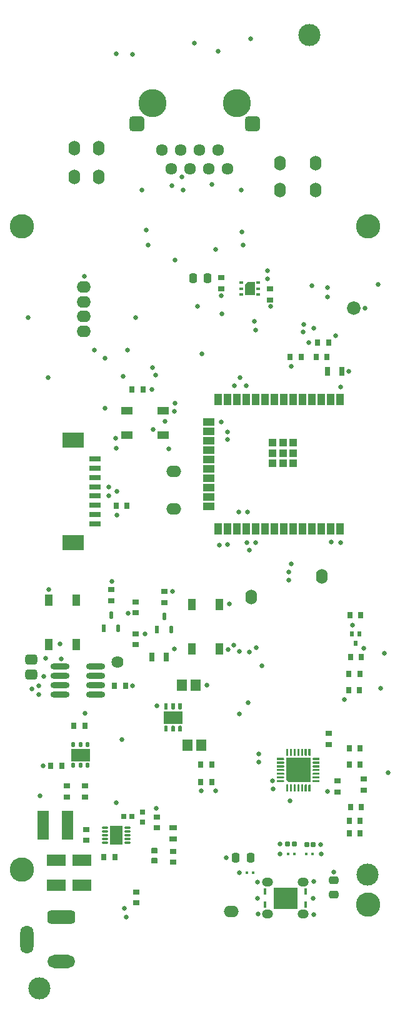
<source format=gts>
G04*
G04 #@! TF.GenerationSoftware,Altium Limited,Altium Designer,24.0.1 (36)*
G04*
G04 Layer_Color=8388736*
%FSLAX44Y44*%
%MOMM*%
G71*
G04*
G04 #@! TF.SameCoordinates,7A80B53C-B2C1-45D1-8136-E7169236FAC4*
G04*
G04*
G04 #@! TF.FilePolarity,Negative*
G04*
G01*
G75*
%ADD22R,0.8000X0.9000*%
%ADD23R,0.9000X0.6500*%
%ADD24R,0.9000X0.8000*%
G04:AMPARAMS|DCode=26|XSize=0.6mm|YSize=0.5mm|CornerRadius=0.125mm|HoleSize=0mm|Usage=FLASHONLY|Rotation=270.000|XOffset=0mm|YOffset=0mm|HoleType=Round|Shape=RoundedRectangle|*
%AMROUNDEDRECTD26*
21,1,0.6000,0.2500,0,0,270.0*
21,1,0.3500,0.5000,0,0,270.0*
1,1,0.2500,-0.1250,-0.1750*
1,1,0.2500,-0.1250,0.1750*
1,1,0.2500,0.1250,0.1750*
1,1,0.2500,0.1250,-0.1750*
%
%ADD26ROUNDEDRECTD26*%
%ADD27R,2.5000X1.7500*%
%ADD28R,0.6500X0.9000*%
G04:AMPARAMS|DCode=31|XSize=1mm|YSize=1.3mm|CornerRadius=0.25mm|HoleSize=0mm|Usage=FLASHONLY|Rotation=0.000|XOffset=0mm|YOffset=0mm|HoleType=Round|Shape=RoundedRectangle|*
%AMROUNDEDRECTD31*
21,1,1.0000,0.8000,0,0,0.0*
21,1,0.5000,1.3000,0,0,0.0*
1,1,0.5000,0.2500,-0.4000*
1,1,0.5000,-0.2500,-0.4000*
1,1,0.5000,-0.2500,0.4000*
1,1,0.5000,0.2500,0.4000*
%
%ADD31ROUNDEDRECTD31*%
%ADD33C,0.2700*%
G04:AMPARAMS|DCode=34|XSize=1mm|YSize=1.3mm|CornerRadius=0.25mm|HoleSize=0mm|Usage=FLASHONLY|Rotation=270.000|XOffset=0mm|YOffset=0mm|HoleType=Round|Shape=RoundedRectangle|*
%AMROUNDEDRECTD34*
21,1,1.0000,0.8000,0,0,270.0*
21,1,0.5000,1.3000,0,0,270.0*
1,1,0.5000,-0.4000,-0.2500*
1,1,0.5000,-0.4000,0.2500*
1,1,0.5000,0.4000,0.2500*
1,1,0.5000,0.4000,-0.2500*
%
%ADD34ROUNDEDRECTD34*%
%ADD35R,1.4057X1.5082*%
%ADD36R,0.7000X1.3000*%
%ADD41R,0.5321X1.0571*%
G04:AMPARAMS|DCode=42|XSize=1.0571mm|YSize=0.5321mm|CornerRadius=0.2661mm|HoleSize=0mm|Usage=FLASHONLY|Rotation=90.000|XOffset=0mm|YOffset=0mm|HoleType=Round|Shape=RoundedRectangle|*
%AMROUNDEDRECTD42*
21,1,1.0571,0.0000,0,0,90.0*
21,1,0.5250,0.5321,0,0,90.0*
1,1,0.5321,0.0000,0.2625*
1,1,0.5321,0.0000,-0.2625*
1,1,0.5321,0.0000,-0.2625*
1,1,0.5321,0.0000,0.2625*
%
%ADD42ROUNDEDRECTD42*%
%ADD47R,3.0000X2.1000*%
%ADD48R,1.6000X0.8000*%
%ADD49R,2.5000X1.5000*%
%ADD53C,0.4050*%
%ADD55R,1.0000X0.7500*%
%ADD57R,0.7000X0.6500*%
%ADD58R,3.3000X2.9000*%
%ADD59R,1.6016X1.0016*%
%ADD60C,3.0000*%
%ADD61O,2.6016X0.8016*%
%ADD62R,0.4000X0.9700*%
G04:AMPARAMS|DCode=63|XSize=0.6516mm|YSize=0.6016mm|CornerRadius=0.1133mm|HoleSize=0mm|Usage=FLASHONLY|Rotation=90.000|XOffset=0mm|YOffset=0mm|HoleType=Round|Shape=RoundedRectangle|*
%AMROUNDEDRECTD63*
21,1,0.6516,0.3750,0,0,90.0*
21,1,0.4250,0.6016,0,0,90.0*
1,1,0.2266,0.1875,0.2125*
1,1,0.2266,0.1875,-0.2125*
1,1,0.2266,-0.1875,-0.2125*
1,1,0.2266,-0.1875,0.2125*
%
%ADD63ROUNDEDRECTD63*%
%ADD64R,0.4616X0.3516*%
%ADD65C,3.0150*%
%ADD66C,1.6256*%
G04:AMPARAMS|DCode=67|XSize=0.38mm|YSize=0.84mm|CornerRadius=0.13mm|HoleSize=0mm|Usage=FLASHONLY|Rotation=270.000|XOffset=0mm|YOffset=0mm|HoleType=Round|Shape=RoundedRectangle|*
%AMROUNDEDRECTD67*
21,1,0.3800,0.5800,0,0,270.0*
21,1,0.1200,0.8400,0,0,270.0*
1,1,0.2600,-0.2900,-0.0600*
1,1,0.2600,-0.2900,0.0600*
1,1,0.2600,0.2900,0.0600*
1,1,0.2600,0.2900,-0.0600*
%
%ADD67ROUNDEDRECTD67*%
%ADD68R,1.7516X2.5016*%
G04:AMPARAMS|DCode=69|XSize=1.6516mm|YSize=1.3516mm|CornerRadius=0.3633mm|HoleSize=0mm|Usage=FLASHONLY|Rotation=0.000|XOffset=0mm|YOffset=0mm|HoleType=Round|Shape=RoundedRectangle|*
%AMROUNDEDRECTD69*
21,1,1.6516,0.6250,0,0,0.0*
21,1,0.9250,1.3516,0,0,0.0*
1,1,0.7266,0.4625,-0.3125*
1,1,0.7266,-0.4625,-0.3125*
1,1,0.7266,-0.4625,0.3125*
1,1,0.7266,0.4625,0.3125*
%
%ADD69ROUNDEDRECTD69*%
%ADD70R,1.0016X1.0016*%
%ADD71R,1.0016X1.6016*%
%ADD72R,1.6016X1.0016*%
%ADD73R,1.1000X1.5000*%
%ADD74R,0.5500X0.4000*%
%ADD75R,0.7000X0.7000*%
%ADD76R,0.6016X0.7016*%
%ADD77R,0.5016X0.7016*%
%ADD78R,1.6016X3.9016*%
G04:AMPARAMS|DCode=79|XSize=0.8616mm|YSize=0.762mm|CornerRadius=0.1333mm|HoleSize=0mm|Usage=FLASHONLY|Rotation=180.000|XOffset=0mm|YOffset=0mm|HoleType=Round|Shape=RoundedRectangle|*
%AMROUNDEDRECTD79*
21,1,0.8616,0.4953,0,0,180.0*
21,1,0.5949,0.7620,0,0,180.0*
1,1,0.2667,-0.2975,0.2477*
1,1,0.2667,0.2975,0.2477*
1,1,0.2667,0.2975,-0.2477*
1,1,0.2667,-0.2975,-0.2477*
%
%ADD79ROUNDEDRECTD79*%
%ADD80O,1.5700X2.0000*%
%ADD81C,1.8300*%
G04:AMPARAMS|DCode=82|XSize=1.8mm|YSize=3.8mm|CornerRadius=0.9mm|HoleSize=0mm|Usage=FLASHONLY|Rotation=0.000|XOffset=0mm|YOffset=0mm|HoleType=Round|Shape=RoundedRectangle|*
%AMROUNDEDRECTD82*
21,1,1.8000,2.0000,0,0,0.0*
21,1,0.0000,3.8000,0,0,0.0*
1,1,1.8000,0.0000,-1.0000*
1,1,1.8000,0.0000,-1.0000*
1,1,1.8000,0.0000,1.0000*
1,1,1.8000,0.0000,1.0000*
%
%ADD82ROUNDEDRECTD82*%
G04:AMPARAMS|DCode=83|XSize=3.7mm|YSize=1.8mm|CornerRadius=0.9mm|HoleSize=0mm|Usage=FLASHONLY|Rotation=0.000|XOffset=0mm|YOffset=0mm|HoleType=Round|Shape=RoundedRectangle|*
%AMROUNDEDRECTD83*
21,1,3.7000,0.0000,0,0,0.0*
21,1,1.9000,1.8000,0,0,0.0*
1,1,1.8000,0.9500,0.0000*
1,1,1.8000,-0.9500,0.0000*
1,1,1.8000,-0.9500,0.0000*
1,1,1.8000,0.9500,0.0000*
%
%ADD83ROUNDEDRECTD83*%
G04:AMPARAMS|DCode=84|XSize=3.8mm|YSize=1.8mm|CornerRadius=0.45mm|HoleSize=0mm|Usage=FLASHONLY|Rotation=0.000|XOffset=0mm|YOffset=0mm|HoleType=Round|Shape=RoundedRectangle|*
%AMROUNDEDRECTD84*
21,1,3.8000,0.9000,0,0,0.0*
21,1,2.9000,1.8000,0,0,0.0*
1,1,0.9000,1.4500,-0.4500*
1,1,0.9000,-1.4500,-0.4500*
1,1,0.9000,-1.4500,0.4500*
1,1,0.9000,1.4500,0.4500*
%
%ADD84ROUNDEDRECTD84*%
%ADD85C,0.6716*%
%ADD86O,1.5016X1.2516*%
%ADD87O,2.0000X1.5700*%
%ADD88C,3.3016*%
%ADD89O,1.9016X1.6016*%
G04:AMPARAMS|DCode=90|XSize=2.1016mm|YSize=2.1016mm|CornerRadius=0.5508mm|HoleSize=0mm|Usage=FLASHONLY|Rotation=270.000|XOffset=0mm|YOffset=0mm|HoleType=Round|Shape=RoundedRectangle|*
%AMROUNDEDRECTD90*
21,1,2.1016,1.0000,0,0,270.0*
21,1,1.0000,2.1016,0,0,270.0*
1,1,1.1016,-0.5000,-0.5000*
1,1,1.1016,-0.5000,0.5000*
1,1,1.1016,0.5000,0.5000*
1,1,1.1016,0.5000,-0.5000*
%
%ADD90ROUNDEDRECTD90*%
%ADD91O,1.6016X1.6256*%
%ADD92C,3.8016*%
%ADD93C,0.6616*%
%ADD94C,0.6566*%
G36*
X356833Y967980D02*
X343333D01*
Y982780D01*
X346533Y985980D01*
X356833D01*
Y967980D01*
D02*
G37*
G36*
X238750Y408750D02*
X238750Y408302D01*
X238407Y407476D01*
X237774Y406843D01*
X236947Y406500D01*
X236500Y406500D01*
X236500Y406500D01*
X236052Y406500D01*
X235225Y406842D01*
X234592Y407476D01*
X234250Y408302D01*
X234250Y408750D01*
Y415050D01*
X238750D01*
X238750Y408750D01*
D02*
G37*
G36*
X257750D02*
Y408302D01*
X257407Y407476D01*
X256774Y406843D01*
X255947Y406500D01*
X255500Y406500D01*
X255500Y406500D01*
X255052Y406500D01*
X254225Y406842D01*
X253592Y407476D01*
X253250Y408302D01*
X253250Y408750D01*
X253250Y408750D01*
Y415050D01*
X257750D01*
X257750Y408750D01*
D02*
G37*
G36*
X248250D02*
X248250Y408302D01*
X247907Y407476D01*
X247274Y406843D01*
X246448Y406500D01*
X246000Y406500D01*
X246000Y406500D01*
X245552Y406500D01*
X244725Y406842D01*
X244093Y407476D01*
X243750Y408302D01*
X243750Y408750D01*
X243750Y408750D01*
Y415050D01*
X248250D01*
X248250Y408750D01*
D02*
G37*
G36*
X256775Y385157D02*
X257407Y384524D01*
X257750Y383698D01*
X257750Y383250D01*
X257750D01*
Y376950D01*
X253250D01*
Y383250D01*
X253250Y383698D01*
X253592Y384524D01*
X254226Y385157D01*
X255052Y385500D01*
X255500Y385500D01*
X255947Y385500D01*
X256775Y385157D01*
D02*
G37*
G36*
X247274D02*
X247907Y384524D01*
X248250Y383698D01*
X248250Y383250D01*
X248250D01*
Y376950D01*
X243750D01*
Y383250D01*
X243750Y383698D01*
X244093Y384524D01*
X244725Y385157D01*
X245552Y385500D01*
X246000Y385500D01*
X246448Y385500D01*
X247274Y385157D01*
D02*
G37*
G36*
X237775D02*
X238407Y384524D01*
X238750Y383698D01*
X238750Y383250D01*
X238750D01*
Y376950D01*
X234250D01*
Y383250D01*
X234250Y383698D01*
X234592Y384524D01*
X235225Y385157D01*
X236052Y385500D01*
X236500D01*
X236947Y385500D01*
X237775Y385157D01*
D02*
G37*
G36*
X432294Y345769D02*
Y345471D01*
X432065Y344920D01*
X431643Y344497D01*
X431092Y344269D01*
X430495D01*
X429944Y344497D01*
X429522Y344920D01*
X429294Y345471D01*
Y345769D01*
Y353769D01*
X432294D01*
Y345769D01*
D02*
G37*
G36*
X427294D02*
Y345471D01*
X427065Y344920D01*
X426643Y344497D01*
X426092Y344269D01*
X425495D01*
X424944Y344497D01*
X424522Y344920D01*
X424294Y345471D01*
Y345769D01*
Y353769D01*
X427294D01*
Y345769D01*
D02*
G37*
G36*
X422294D02*
Y345471D01*
X422065Y344920D01*
X421643Y344497D01*
X421092Y344269D01*
X420495D01*
X419944Y344497D01*
X419522Y344920D01*
X419294Y345471D01*
Y345769D01*
Y353769D01*
X422294D01*
X422294Y345769D01*
D02*
G37*
G36*
X417294D02*
Y345471D01*
X417065Y344920D01*
X416643Y344497D01*
X416092Y344269D01*
X415495D01*
X414944Y344497D01*
X414522Y344920D01*
X414294Y345471D01*
Y345769D01*
Y353769D01*
X417294D01*
Y345769D01*
D02*
G37*
G36*
X412294D02*
Y345471D01*
X412065Y344920D01*
X411643Y344497D01*
X411092Y344269D01*
X410495D01*
X409944Y344497D01*
X409522Y344920D01*
X409294Y345471D01*
Y345769D01*
X409294D01*
Y353769D01*
X412294D01*
Y345769D01*
D02*
G37*
G36*
X407294D02*
Y345471D01*
X407065Y344920D01*
X406643Y344497D01*
X406092Y344269D01*
X405495D01*
X404944Y344497D01*
X404522Y344920D01*
X404294Y345471D01*
Y345769D01*
Y353769D01*
X407294D01*
Y345769D01*
D02*
G37*
G36*
X402294D02*
Y345471D01*
X402065Y344920D01*
X401643Y344497D01*
X401092Y344269D01*
X400495D01*
X399944Y344497D01*
X399522Y344920D01*
X399294Y345471D01*
Y345769D01*
Y353769D01*
X402294D01*
Y345769D01*
D02*
G37*
G36*
X444544Y338519D02*
X436245D01*
X435694Y338747D01*
X435272Y339170D01*
X435044Y339721D01*
Y340019D01*
Y340317D01*
X435272Y340869D01*
X435694Y341291D01*
X436245Y341519D01*
X444544D01*
Y338519D01*
D02*
G37*
G36*
X395893Y341291D02*
X396315Y340869D01*
X396544Y340317D01*
Y340019D01*
Y339721D01*
X396315Y339170D01*
X395893Y338747D01*
X395342Y338519D01*
X387044D01*
Y341519D01*
X395342D01*
X395893Y341291D01*
D02*
G37*
G36*
X444544Y333519D02*
X436245D01*
X435694Y333747D01*
X435272Y334170D01*
X435044Y334721D01*
Y335019D01*
Y335317D01*
X435272Y335869D01*
X435694Y336291D01*
X436245Y336519D01*
X444544D01*
Y333519D01*
D02*
G37*
G36*
X395893Y336291D02*
X396315Y335869D01*
X396544Y335317D01*
Y335019D01*
Y334721D01*
X396315Y334170D01*
X395893Y333747D01*
X395342Y333519D01*
X387044D01*
Y336519D01*
X395342D01*
X395893Y336291D01*
D02*
G37*
G36*
X444544Y328519D02*
X436245D01*
X435694Y328747D01*
X435272Y329170D01*
X435044Y329721D01*
Y330019D01*
Y330317D01*
X435272Y330869D01*
X435694Y331291D01*
X436245Y331519D01*
X436544D01*
Y331519D01*
X444544D01*
Y328519D01*
D02*
G37*
G36*
X395044Y331519D02*
X395342D01*
X395893Y331291D01*
X396315Y330869D01*
X396544Y330317D01*
Y330019D01*
Y329721D01*
X396315Y329170D01*
X395893Y328747D01*
X395342Y328519D01*
X387044D01*
Y331519D01*
X395044Y331519D01*
D02*
G37*
G36*
X444544Y323519D02*
X436245D01*
X435694Y323747D01*
X435272Y324170D01*
X435044Y324721D01*
Y325019D01*
Y325317D01*
X435272Y325869D01*
X435694Y326291D01*
X436245Y326519D01*
X444544D01*
Y323519D01*
D02*
G37*
G36*
X395893Y326291D02*
X396315Y325869D01*
X396544Y325317D01*
Y325019D01*
Y324721D01*
X396315Y324170D01*
X395893Y323747D01*
X395342Y323519D01*
X387044D01*
Y326519D01*
X395342D01*
X395893Y326291D01*
D02*
G37*
G36*
X444544Y318519D02*
X436544Y318519D01*
X436245D01*
X435694Y318748D01*
X435272Y319170D01*
X435044Y319721D01*
Y320019D01*
Y320317D01*
X435272Y320869D01*
X435694Y321291D01*
X436245Y321519D01*
X444544D01*
Y318519D01*
D02*
G37*
G36*
X395893Y321291D02*
X396315Y320869D01*
X396544Y320317D01*
Y320019D01*
Y319721D01*
X396315Y319170D01*
X395893Y318748D01*
X395342Y318519D01*
X395044D01*
Y318519D01*
X387044D01*
Y321519D01*
X395342D01*
X395893Y321291D01*
D02*
G37*
G36*
X444544Y313519D02*
X436245D01*
X435694Y313748D01*
X435272Y314170D01*
X435044Y314721D01*
Y315019D01*
Y315317D01*
X435272Y315869D01*
X435694Y316291D01*
X436245Y316519D01*
X444544D01*
Y313519D01*
D02*
G37*
G36*
X395893Y316291D02*
X396315Y315869D01*
X396544Y315317D01*
Y315019D01*
Y314721D01*
X396315Y314170D01*
X395893Y313748D01*
X395342Y313519D01*
X387044D01*
Y316519D01*
X395342D01*
X395893Y316291D01*
D02*
G37*
G36*
X444544Y308519D02*
X436245D01*
X435694Y308748D01*
X435272Y309170D01*
X435044Y309721D01*
Y310019D01*
Y310317D01*
X435272Y310869D01*
X435694Y311291D01*
X436245Y311519D01*
X444544D01*
Y308519D01*
D02*
G37*
G36*
X395893Y311291D02*
X396315Y310869D01*
X396544Y310317D01*
Y310019D01*
Y309721D01*
X396315Y309170D01*
X395893Y308748D01*
X395342Y308519D01*
X387044D01*
Y311519D01*
X395342D01*
X395893Y311291D01*
D02*
G37*
G36*
X432544Y308269D02*
X402544D01*
X399044Y311769D01*
Y341769D01*
X432544D01*
Y308269D01*
D02*
G37*
G36*
X431643Y305541D02*
X432065Y305119D01*
X432294Y304568D01*
Y304269D01*
Y296269D01*
X429294D01*
Y304269D01*
Y304568D01*
X429522Y305119D01*
X429944Y305541D01*
X430495Y305769D01*
X431092D01*
X431643Y305541D01*
D02*
G37*
G36*
X426643D02*
X427065Y305119D01*
X427294Y304568D01*
Y304269D01*
Y296269D01*
X424294D01*
Y304269D01*
Y304568D01*
X424522Y305119D01*
X424944Y305541D01*
X425495Y305769D01*
X426092D01*
X426643Y305541D01*
D02*
G37*
G36*
X421643D02*
X422065Y305119D01*
X422294Y304568D01*
Y304269D01*
X422294D01*
Y296269D01*
X419294D01*
Y304269D01*
Y304568D01*
X419522Y305119D01*
X419944Y305541D01*
X420495Y305769D01*
X421092D01*
X421643Y305541D01*
D02*
G37*
G36*
X416643D02*
X417065Y305119D01*
X417294Y304568D01*
Y304269D01*
Y296269D01*
X414294D01*
Y304269D01*
Y304568D01*
X414522Y305119D01*
X414944Y305541D01*
X415495Y305769D01*
X416092D01*
X416643Y305541D01*
D02*
G37*
G36*
X411643D02*
X412065Y305119D01*
X412294Y304568D01*
Y304269D01*
Y296269D01*
X409294D01*
X409294Y304269D01*
Y304568D01*
X409522Y305119D01*
X409944Y305541D01*
X410495Y305769D01*
X411092D01*
X411643Y305541D01*
D02*
G37*
G36*
X406643D02*
X407065Y305119D01*
X407294Y304568D01*
Y304269D01*
Y296269D01*
X404294D01*
Y304269D01*
Y304568D01*
X404522Y305119D01*
X404944Y305541D01*
X405495Y305769D01*
X406092D01*
X406643Y305541D01*
D02*
G37*
G36*
X401643D02*
X402065Y305119D01*
X402294Y304568D01*
Y304269D01*
Y296269D01*
X399294D01*
Y304269D01*
Y304568D01*
X399522Y305119D01*
X399944Y305541D01*
X400495Y305769D01*
X401092D01*
X401643Y305541D01*
D02*
G37*
D22*
X167250Y207000D02*
D03*
X152250D02*
D03*
X190500Y840000D02*
D03*
X205500D02*
D03*
X499500Y256000D02*
D03*
X484500D02*
D03*
X441500Y904000D02*
D03*
X456500D02*
D03*
X80500Y331000D02*
D03*
X95500D02*
D03*
X181500Y439000D02*
D03*
X166500D02*
D03*
X498996Y454799D02*
D03*
X483996D02*
D03*
X404500Y884000D02*
D03*
X419500D02*
D03*
X126500Y385000D02*
D03*
X111500D02*
D03*
X499500Y239000D02*
D03*
X484500D02*
D03*
D23*
X457000Y359750D02*
D03*
Y374250D02*
D03*
X195000Y537750D02*
D03*
Y552250D02*
D03*
Y509250D02*
D03*
Y494750D02*
D03*
X196000Y145250D02*
D03*
Y159750D02*
D03*
D24*
X504000Y297500D02*
D03*
Y312500D02*
D03*
X128000Y244500D02*
D03*
Y229500D02*
D03*
X234000Y551500D02*
D03*
Y566500D02*
D03*
X162000Y554500D02*
D03*
Y569500D02*
D03*
X224129Y261600D02*
D03*
Y246600D02*
D03*
X377083Y961480D02*
D03*
Y976480D02*
D03*
X311083Y976480D02*
D03*
Y991480D02*
D03*
X245920Y199840D02*
D03*
Y214840D02*
D03*
X127000Y303500D02*
D03*
Y288500D02*
D03*
X102000Y303500D02*
D03*
Y288500D02*
D03*
X469000Y310500D02*
D03*
Y295500D02*
D03*
D26*
X130129Y359250D02*
D03*
X120629D02*
D03*
X110905D02*
D03*
X129905Y331310D02*
D03*
X110905D02*
D03*
X120405D02*
D03*
D27*
Y345280D02*
D03*
X246000Y396000D02*
D03*
D28*
X484750Y354000D02*
D03*
X499250D02*
D03*
X486750Y275000D02*
D03*
X501250D02*
D03*
Y478000D02*
D03*
X486750D02*
D03*
X484750Y332000D02*
D03*
X499250D02*
D03*
X298250Y309000D02*
D03*
X283750D02*
D03*
X298250Y332000D02*
D03*
X283750D02*
D03*
X498746Y433234D02*
D03*
X484246D02*
D03*
X500250Y534751D02*
D03*
X485750D02*
D03*
X454250Y884000D02*
D03*
X439750D02*
D03*
X168750Y683000D02*
D03*
X183250D02*
D03*
D31*
X331000Y206000D02*
D03*
X351000D02*
D03*
X293083Y990980D02*
D03*
X273083D02*
D03*
D33*
X391794Y310019D02*
D03*
Y315019D02*
D03*
Y320019D02*
D03*
X391810Y325007D02*
D03*
X391794Y330019D02*
D03*
Y335019D02*
D03*
Y340019D02*
D03*
X439794D02*
D03*
Y335019D02*
D03*
Y330019D02*
D03*
X439861Y325063D02*
D03*
X439794Y320019D02*
D03*
Y315019D02*
D03*
Y310019D02*
D03*
X400794Y349019D02*
D03*
X405794D02*
D03*
X410794D02*
D03*
X415681Y348940D02*
D03*
X420794Y349019D02*
D03*
X425794D02*
D03*
X430794D02*
D03*
Y301019D02*
D03*
X425794D02*
D03*
X420794D02*
D03*
X415770Y300974D02*
D03*
X410794Y301019D02*
D03*
X405794D02*
D03*
X400794D02*
D03*
D34*
X464000Y156000D02*
D03*
Y176000D02*
D03*
D35*
X265475Y359000D02*
D03*
X284000D02*
D03*
X276262Y440000D02*
D03*
X257738D02*
D03*
D36*
X217500Y478000D02*
D03*
X236500D02*
D03*
X474500Y865000D02*
D03*
X455500D02*
D03*
D41*
X224500Y514995D02*
D03*
X152500Y516995D02*
D03*
D42*
X243500Y514995D02*
D03*
X234000Y533005D02*
D03*
X171500Y516995D02*
D03*
X162000Y535005D02*
D03*
D47*
X111000Y771500D02*
D03*
Y633000D02*
D03*
D48*
X140000Y658500D02*
D03*
Y671000D02*
D03*
Y683500D02*
D03*
Y696000D02*
D03*
Y708500D02*
D03*
Y721000D02*
D03*
Y733500D02*
D03*
Y746000D02*
D03*
D49*
X122480Y169000D02*
D03*
Y203000D02*
D03*
X87480Y169000D02*
D03*
Y203000D02*
D03*
D53*
X255500Y382786D02*
D03*
X246000D02*
D03*
X236500Y383000D02*
D03*
Y409214D02*
D03*
X246000D02*
D03*
X255500Y409000D02*
D03*
D55*
X246000Y247000D02*
D03*
Y232000D02*
D03*
D57*
X204320Y268140D02*
D03*
Y254640D02*
D03*
D58*
X398500Y151500D02*
D03*
D59*
X183500Y811500D02*
D03*
Y778500D02*
D03*
X232500D02*
D03*
Y811500D02*
D03*
D60*
X431000Y1320000D02*
D03*
X509000Y183000D02*
D03*
X65000Y29000D02*
D03*
D61*
X92500Y465050D02*
D03*
Y452350D02*
D03*
Y439650D02*
D03*
Y426950D02*
D03*
X141500Y465050D02*
D03*
Y452350D02*
D03*
Y439650D02*
D03*
Y426950D02*
D03*
D62*
X370755Y160048D02*
D03*
X385755D02*
D03*
X390755D02*
D03*
X395755D02*
D03*
X400755D02*
D03*
X405755D02*
D03*
X410755D02*
D03*
X425755D02*
D03*
Y142748D02*
D03*
X410755D02*
D03*
X405755D02*
D03*
X400755D02*
D03*
X395755D02*
D03*
X390755D02*
D03*
X385755D02*
D03*
X370755D02*
D03*
D63*
X410144Y224418D02*
D03*
X401144D02*
D03*
X426946Y223879D02*
D03*
X435946D02*
D03*
D64*
X410206Y211043D02*
D03*
X401806D02*
D03*
X435141D02*
D03*
X426741D02*
D03*
X345800Y186000D02*
D03*
X354200D02*
D03*
D65*
X415794Y325019D02*
D03*
D66*
X171000Y471000D02*
D03*
D67*
X153937Y226795D02*
D03*
Y231795D02*
D03*
Y236795D02*
D03*
Y241795D02*
D03*
Y246795D02*
D03*
X183937Y226795D02*
D03*
Y231795D02*
D03*
Y236795D02*
D03*
Y241795D02*
D03*
Y246795D02*
D03*
D68*
X168937Y236795D02*
D03*
D69*
X54000Y474320D02*
D03*
Y454000D02*
D03*
D70*
X380982Y740213D02*
D03*
Y754213D02*
D03*
Y768213D02*
D03*
X394982Y740213D02*
D03*
Y754213D02*
D03*
Y768213D02*
D03*
X408982Y740213D02*
D03*
Y754213D02*
D03*
Y768213D02*
D03*
D71*
X472182Y651713D02*
D03*
X459482D02*
D03*
X446782D02*
D03*
X434082D02*
D03*
X421382D02*
D03*
X408682D02*
D03*
X395982D02*
D03*
X383282D02*
D03*
X370582D02*
D03*
X357882D02*
D03*
X345182D02*
D03*
X332482D02*
D03*
X319782D02*
D03*
X307082D02*
D03*
Y826713D02*
D03*
X319782D02*
D03*
X332482D02*
D03*
X345182D02*
D03*
X357882D02*
D03*
X370582D02*
D03*
X383282D02*
D03*
X395982D02*
D03*
X408682D02*
D03*
X421382D02*
D03*
X434082D02*
D03*
X446782D02*
D03*
X459482D02*
D03*
X472182D02*
D03*
D72*
X294582Y682063D02*
D03*
Y694763D02*
D03*
Y707463D02*
D03*
Y720163D02*
D03*
Y732863D02*
D03*
Y745563D02*
D03*
Y758263D02*
D03*
Y770963D02*
D03*
Y783663D02*
D03*
Y796363D02*
D03*
D73*
X308500Y549000D02*
D03*
Y489000D02*
D03*
X271500Y549000D02*
D03*
Y489000D02*
D03*
X78000Y495000D02*
D03*
Y555000D02*
D03*
X115000Y495000D02*
D03*
Y555000D02*
D03*
D74*
X338583Y984980D02*
D03*
Y976980D02*
D03*
Y968980D02*
D03*
X361583D02*
D03*
Y976980D02*
D03*
Y984980D02*
D03*
D75*
X179500Y262000D02*
D03*
X190080D02*
D03*
D76*
X493000Y496800D02*
D03*
D77*
X488000Y509200D02*
D03*
X498000D02*
D03*
D78*
X70240Y250500D02*
D03*
X103260D02*
D03*
D79*
X220830Y201670D02*
D03*
Y215670D02*
D03*
D80*
X112000Y1128000D02*
D03*
X145000D02*
D03*
X439000Y1147000D02*
D03*
X391000D02*
D03*
X145000Y1167000D02*
D03*
X112000D02*
D03*
X439000Y1110000D02*
D03*
X448000Y587000D02*
D03*
X352000Y559000D02*
D03*
X391000Y1110000D02*
D03*
D81*
X490520Y950000D02*
D03*
D82*
X47880Y95530D02*
D03*
D83*
X94880Y65530D02*
D03*
D84*
Y125530D02*
D03*
D85*
X435685Y151398D02*
D03*
X360755D02*
D03*
D86*
X374255Y172898D02*
D03*
X422255D02*
D03*
X374255Y129898D02*
D03*
X422255D02*
D03*
D87*
X325000Y133000D02*
D03*
X247000Y679000D02*
D03*
Y729000D02*
D03*
D88*
X510179Y142308D02*
D03*
Y1061508D02*
D03*
X40979D02*
D03*
Y190308D02*
D03*
D89*
X125000Y979000D02*
D03*
Y939000D02*
D03*
Y959000D02*
D03*
Y919000D02*
D03*
D90*
X353470Y1200320D02*
D03*
X196970D02*
D03*
D91*
X281570Y1164320D02*
D03*
X243470Y1138920D02*
D03*
X268870D02*
D03*
X294270D02*
D03*
X319670D02*
D03*
X230770Y1164320D02*
D03*
X256170D02*
D03*
X306970D02*
D03*
D92*
X332370Y1227820D02*
D03*
X218070D02*
D03*
D93*
X73000Y476000D02*
D03*
X93000Y496000D02*
D03*
X78000Y569000D02*
D03*
X219000Y786000D02*
D03*
X235000Y797000D02*
D03*
X169000Y1295000D02*
D03*
X437000Y923000D02*
D03*
X71000Y452000D02*
D03*
X66000Y290000D02*
D03*
X127000Y402000D02*
D03*
X64000Y439000D02*
D03*
Y427000D02*
D03*
X94276Y475724D02*
D03*
X311000Y967000D02*
D03*
X170278Y669775D02*
D03*
X339000Y1053320D02*
D03*
X249000Y1016000D02*
D03*
X341000Y1035680D02*
D03*
X209362Y1056035D02*
D03*
X170000Y702000D02*
D03*
X374000Y1001000D02*
D03*
X336693Y856285D02*
D03*
X356000Y933000D02*
D03*
X455000Y978000D02*
D03*
X249000Y822000D02*
D03*
X222000Y860000D02*
D03*
X54887Y435111D02*
D03*
X506000Y950000D02*
D03*
X390536Y211312D02*
D03*
X390460Y224655D02*
D03*
X446167Y224025D02*
D03*
X446727Y211078D02*
D03*
X322000Y550000D02*
D03*
X437000Y174000D02*
D03*
Y129000D02*
D03*
X361000Y130000D02*
D03*
X360000Y173000D02*
D03*
X329000Y845000D02*
D03*
X311453Y796547D02*
D03*
X240000Y760000D02*
D03*
X378000Y953000D02*
D03*
X358000Y921000D02*
D03*
X374000Y990000D02*
D03*
X345000Y845000D02*
D03*
X217000Y840000D02*
D03*
X248000Y489000D02*
D03*
X163000Y580000D02*
D03*
X336000Y186000D02*
D03*
X318000Y206000D02*
D03*
X537000Y321000D02*
D03*
X381239Y299649D02*
D03*
X362000Y347000D02*
D03*
X464000Y187000D02*
D03*
X304000Y297000D02*
D03*
X284000D02*
D03*
X191000Y439000D02*
D03*
X248000Y811000D02*
D03*
X285000Y889000D02*
D03*
X292000Y440000D02*
D03*
X168000Y774000D02*
D03*
X178000Y858000D02*
D03*
X77000Y856000D02*
D03*
X154000Y815000D02*
D03*
X169000Y761000D02*
D03*
X320000Y773000D02*
D03*
X218000Y870000D02*
D03*
X154000Y883000D02*
D03*
X139000Y894000D02*
D03*
X159000Y708000D02*
D03*
Y696000D02*
D03*
X177000Y366000D02*
D03*
X70270Y331000D02*
D03*
X335000Y674000D02*
D03*
X531865Y483350D02*
D03*
X504000Y490000D02*
D03*
X50000Y938000D02*
D03*
X224000Y412000D02*
D03*
X434000Y981000D02*
D03*
X126000Y994000D02*
D03*
X184000Y894000D02*
D03*
X321000Y488000D02*
D03*
X527000Y436000D02*
D03*
X472690Y843781D02*
D03*
X349622Y622421D02*
D03*
X345593Y632791D02*
D03*
X472703Y633161D02*
D03*
X279000Y953000D02*
D03*
X195000Y938000D02*
D03*
X244700Y1116700D02*
D03*
X258000Y1128000D02*
D03*
X430000Y904000D02*
D03*
X466630Y912920D02*
D03*
X406000Y872000D02*
D03*
X307444Y1298342D02*
D03*
X422000Y918000D02*
D03*
X347000Y674000D02*
D03*
X328000Y494000D02*
D03*
X403000Y593000D02*
D03*
X309070Y629831D02*
D03*
X359000Y491000D02*
D03*
X183000Y126000D02*
D03*
X204000Y1110000D02*
D03*
X259255Y1110840D02*
D03*
X299000Y1118000D02*
D03*
X338000Y1110000D02*
D03*
X484000Y865000D02*
D03*
X245000Y567000D02*
D03*
D94*
X191000Y1294000D02*
D03*
X351000Y1315000D02*
D03*
X208000Y509000D02*
D03*
X304000Y1030000D02*
D03*
X422866Y927969D02*
D03*
X478000Y420000D02*
D03*
X180142Y137685D02*
D03*
X223000Y273000D02*
D03*
X381000Y310000D02*
D03*
X455000Y296000D02*
D03*
X404000Y283315D02*
D03*
X362000Y336000D02*
D03*
X348000Y416000D02*
D03*
X336000Y401000D02*
D03*
X312000Y943000D02*
D03*
X320000Y783000D02*
D03*
X403000Y582000D02*
D03*
X185000Y537000D02*
D03*
X336000Y486000D02*
D03*
X366000Y466000D02*
D03*
X212000Y1036000D02*
D03*
X275019Y1309450D02*
D03*
X409000Y740000D02*
D03*
X395000D02*
D03*
X381000D02*
D03*
Y754000D02*
D03*
X395000D02*
D03*
X409000D02*
D03*
Y768000D02*
D03*
X395000D02*
D03*
X381000D02*
D03*
X455000Y966000D02*
D03*
X358163Y632791D02*
D03*
X459911Y633383D02*
D03*
X320000Y630000D02*
D03*
X489000Y521000D02*
D03*
X406000Y604000D02*
D03*
X349000Y485000D02*
D03*
X169000Y281000D02*
D03*
X523755Y982741D02*
D03*
M02*

</source>
